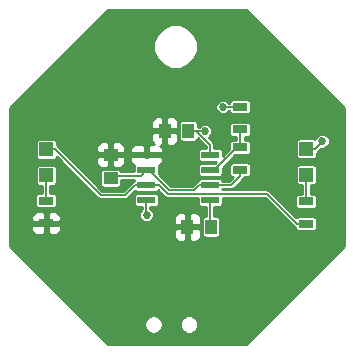
<source format=gbr>
G04 #@! TF.GenerationSoftware,KiCad,Pcbnew,(5.0.0)*
G04 #@! TF.CreationDate,2018-09-15T12:16:20+02:00*
G04 #@! TF.ProjectId,Blinky,426C696E6B792E6B696361645F706362,rev?*
G04 #@! TF.SameCoordinates,Original*
G04 #@! TF.FileFunction,Copper,L1,Top,Signal*
G04 #@! TF.FilePolarity,Positive*
%FSLAX46Y46*%
G04 Gerber Fmt 4.6, Leading zero omitted, Abs format (unit mm)*
G04 Created by KiCad (PCBNEW (5.0.0)) date 09/15/18 12:16:20*
%MOMM*%
%LPD*%
G01*
G04 APERTURE LIST*
G04 #@! TA.AperFunction,SMDPad,CuDef*
%ADD10R,1.000000X1.250000*%
G04 #@! TD*
G04 #@! TA.AperFunction,SMDPad,CuDef*
%ADD11R,1.200000X1.200000*%
G04 #@! TD*
G04 #@! TA.AperFunction,SMDPad,CuDef*
%ADD12R,1.300000X0.700000*%
G04 #@! TD*
G04 #@! TA.AperFunction,SMDPad,CuDef*
%ADD13R,1.550000X0.600000*%
G04 #@! TD*
G04 #@! TA.AperFunction,SMDPad,CuDef*
%ADD14R,1.250000X1.000000*%
G04 #@! TD*
G04 #@! TA.AperFunction,ViaPad*
%ADD15C,0.685800*%
G04 #@! TD*
G04 #@! TA.AperFunction,Conductor*
%ADD16C,0.152400*%
G04 #@! TD*
G04 #@! TA.AperFunction,Conductor*
%ADD17C,0.254000*%
G04 #@! TD*
G04 APERTURE END LIST*
D10*
G04 #@! TO.P,C1,2*
G04 #@! TO.N,GND*
X70374000Y-93726000D03*
G04 #@! TO.P,C1,1*
G04 #@! TO.N,/Cv*
X72374000Y-93726000D03*
G04 #@! TD*
G04 #@! TO.P,C2,1*
G04 #@! TO.N,/Vcc*
X70469000Y-85598000D03*
G04 #@! TO.P,C2,2*
G04 #@! TO.N,GND*
X68469000Y-85598000D03*
G04 #@! TD*
D11*
G04 #@! TO.P,D1,2*
G04 #@! TO.N,/Vcc*
X80455000Y-87107000D03*
G04 #@! TO.P,D1,1*
G04 #@! TO.N,Net-(D1-Pad1)*
X80455000Y-89307000D03*
G04 #@! TD*
G04 #@! TO.P,D2,1*
G04 #@! TO.N,Net-(D2-Pad1)*
X58420000Y-89365000D03*
G04 #@! TO.P,D2,2*
G04 #@! TO.N,Net-(D2-Pad2)*
X58420000Y-87165000D03*
G04 #@! TD*
D12*
G04 #@! TO.P,R1,2*
G04 #@! TO.N,Net-(R1-Pad2)*
X74861000Y-85469000D03*
G04 #@! TO.P,R1,1*
G04 #@! TO.N,/Vcc*
X74861000Y-83569000D03*
G04 #@! TD*
G04 #@! TO.P,R2,1*
G04 #@! TO.N,Net-(D1-Pad1)*
X80455001Y-91575000D03*
G04 #@! TO.P,R2,2*
G04 #@! TO.N,Net-(D2-Pad2)*
X80455001Y-93475000D03*
G04 #@! TD*
G04 #@! TO.P,R3,1*
G04 #@! TO.N,Net-(R1-Pad2)*
X74861000Y-86998000D03*
G04 #@! TO.P,R3,2*
G04 #@! TO.N,Net-(C3-Pad1)*
X74861000Y-88898000D03*
G04 #@! TD*
G04 #@! TO.P,R4,2*
G04 #@! TO.N,GND*
X58420000Y-93406000D03*
G04 #@! TO.P,R4,1*
G04 #@! TO.N,Net-(D2-Pad1)*
X58420000Y-91506000D03*
G04 #@! TD*
D13*
G04 #@! TO.P,U1,8*
G04 #@! TO.N,/Vcc*
X72296000Y-87630000D03*
G04 #@! TO.P,U1,7*
G04 #@! TO.N,Net-(R1-Pad2)*
X72296000Y-88900000D03*
G04 #@! TO.P,U1,6*
G04 #@! TO.N,Net-(C3-Pad1)*
X72296000Y-90170000D03*
G04 #@! TO.P,U1,5*
G04 #@! TO.N,/Cv*
X72296000Y-91440000D03*
G04 #@! TO.P,U1,4*
G04 #@! TO.N,/Vcc*
X66896000Y-91440000D03*
G04 #@! TO.P,U1,3*
G04 #@! TO.N,Net-(D2-Pad2)*
X66896000Y-90170000D03*
G04 #@! TO.P,U1,2*
G04 #@! TO.N,Net-(C3-Pad1)*
X66896000Y-88900000D03*
G04 #@! TO.P,U1,1*
G04 #@! TO.N,GND*
X66896000Y-87630000D03*
G04 #@! TD*
D14*
G04 #@! TO.P,C3,2*
G04 #@! TO.N,GND*
X63875000Y-87625000D03*
G04 #@! TO.P,C3,1*
G04 #@! TO.N,Net-(C3-Pad1)*
X63875000Y-89625000D03*
G04 #@! TD*
D15*
G04 #@! TO.N,GND*
X69500000Y-92050000D03*
G04 #@! TO.N,/Vcc*
X71875000Y-85600000D03*
X73375000Y-83575000D03*
X81800000Y-86475000D03*
X66929000Y-92710000D03*
G04 #@! TD*
D16*
G04 #@! TO.N,Net-(D1-Pad1)*
X80455001Y-91072600D02*
X80455001Y-91575000D01*
X80455000Y-89307000D02*
X80455001Y-91072600D01*
G04 #@! TO.N,Net-(D2-Pad1)*
X58420000Y-90117400D02*
X58420000Y-91506000D01*
X58420000Y-89365000D02*
X58420000Y-90117400D01*
G04 #@! TO.N,Net-(D2-Pad2)*
X59172400Y-87165000D02*
X63032400Y-91025000D01*
X58420000Y-87165000D02*
X59172400Y-87165000D01*
X65968600Y-90170000D02*
X66896000Y-90170000D01*
X65113600Y-91025000D02*
X65968600Y-90170000D01*
X63032400Y-91025000D02*
X65113600Y-91025000D01*
X77089000Y-90911399D02*
X79652601Y-93475000D01*
X71039856Y-90929811D02*
X71058268Y-90911399D01*
X71058268Y-90911399D02*
X77089000Y-90911399D01*
X67938933Y-90170000D02*
X68698744Y-90929811D01*
X66896000Y-90170000D02*
X67938933Y-90170000D01*
X79652601Y-93475000D02*
X80455001Y-93475000D01*
X68698744Y-90929811D02*
X71039856Y-90929811D01*
G04 #@! TO.N,Net-(R1-Pad2)*
X74861000Y-85971400D02*
X74861000Y-86998000D01*
X74861000Y-85469000D02*
X74861000Y-85971400D01*
X72659000Y-88900000D02*
X72296000Y-88900000D01*
X74561000Y-86998000D02*
X72659000Y-88900000D01*
X74861000Y-86998000D02*
X74561000Y-86998000D01*
G04 #@! TO.N,/Vcc*
X72296000Y-87177600D02*
X72296000Y-87630000D01*
X72296000Y-86772600D02*
X72296000Y-87177600D01*
X71121400Y-85598000D02*
X72296000Y-86772600D01*
X70469000Y-85598000D02*
X71121400Y-85598000D01*
X70469000Y-85598000D02*
X71873000Y-85598000D01*
X71873000Y-85598000D02*
X71875000Y-85600000D01*
X74861000Y-83569000D02*
X73381000Y-83569000D01*
X73381000Y-83569000D02*
X73375000Y-83575000D01*
X81800000Y-86514400D02*
X81800000Y-86475000D01*
X80455000Y-87107000D02*
X81207400Y-87107000D01*
X81207400Y-87107000D02*
X81800000Y-86514400D01*
X66896000Y-91440000D02*
X66896000Y-92677000D01*
X66896000Y-92677000D02*
X66929000Y-92710000D01*
G04 #@! TO.N,Net-(C3-Pad1)*
X74861000Y-89400400D02*
X74861000Y-88898000D01*
X74091400Y-90170000D02*
X74861000Y-89400400D01*
X72296000Y-90170000D02*
X74091400Y-90170000D01*
X66421000Y-89375000D02*
X66896000Y-88900000D01*
X64250000Y-89375000D02*
X66421000Y-89375000D01*
X63875000Y-89625000D02*
X64000000Y-89625000D01*
X64000000Y-89625000D02*
X64250000Y-89375000D01*
X70913600Y-90625000D02*
X71368600Y-90170000D01*
X71368600Y-90170000D02*
X72296000Y-90170000D01*
X67100000Y-88900000D02*
X68825000Y-90625000D01*
X66896000Y-88900000D02*
X67100000Y-88900000D01*
X68825000Y-90625000D02*
X70913600Y-90625000D01*
G04 #@! TO.N,/Cv*
X72296000Y-93648000D02*
X72374000Y-93726000D01*
X72296000Y-91440000D02*
X72296000Y-93648000D01*
G04 #@! TD*
D17*
G04 #@! TO.N,GND*
G36*
X83645600Y-83646797D02*
X83645601Y-95353202D01*
X75353204Y-103645600D01*
X63646797Y-103645600D01*
X61846165Y-101844968D01*
X66720600Y-101844968D01*
X66720600Y-102155032D01*
X66839257Y-102441494D01*
X67058506Y-102660743D01*
X67344968Y-102779400D01*
X67655032Y-102779400D01*
X67941494Y-102660743D01*
X68160743Y-102441494D01*
X68279400Y-102155032D01*
X68279400Y-101844968D01*
X69720600Y-101844968D01*
X69720600Y-102155032D01*
X69839257Y-102441494D01*
X70058506Y-102660743D01*
X70344968Y-102779400D01*
X70655032Y-102779400D01*
X70941494Y-102660743D01*
X71160743Y-102441494D01*
X71279400Y-102155032D01*
X71279400Y-101844968D01*
X71160743Y-101558506D01*
X70941494Y-101339257D01*
X70655032Y-101220600D01*
X70344968Y-101220600D01*
X70058506Y-101339257D01*
X69839257Y-101558506D01*
X69720600Y-101844968D01*
X68279400Y-101844968D01*
X68160743Y-101558506D01*
X67941494Y-101339257D01*
X67655032Y-101220600D01*
X67344968Y-101220600D01*
X67058506Y-101339257D01*
X66839257Y-101558506D01*
X66720600Y-101844968D01*
X61846165Y-101844968D01*
X55354400Y-95353204D01*
X55354400Y-93691750D01*
X57135000Y-93691750D01*
X57135000Y-93882309D01*
X57231673Y-94115698D01*
X57410301Y-94294327D01*
X57643690Y-94391000D01*
X58134250Y-94391000D01*
X58293000Y-94232250D01*
X58293000Y-93533000D01*
X58547000Y-93533000D01*
X58547000Y-94232250D01*
X58705750Y-94391000D01*
X59196310Y-94391000D01*
X59429699Y-94294327D01*
X59608327Y-94115698D01*
X59651383Y-94011750D01*
X69239000Y-94011750D01*
X69239000Y-94477310D01*
X69335673Y-94710699D01*
X69514302Y-94889327D01*
X69747691Y-94986000D01*
X70088250Y-94986000D01*
X70247000Y-94827250D01*
X70247000Y-93853000D01*
X70501000Y-93853000D01*
X70501000Y-94827250D01*
X70659750Y-94986000D01*
X71000309Y-94986000D01*
X71233698Y-94889327D01*
X71412327Y-94710699D01*
X71509000Y-94477310D01*
X71509000Y-94011750D01*
X71350250Y-93853000D01*
X70501000Y-93853000D01*
X70247000Y-93853000D01*
X69397750Y-93853000D01*
X69239000Y-94011750D01*
X59651383Y-94011750D01*
X59705000Y-93882309D01*
X59705000Y-93691750D01*
X59546250Y-93533000D01*
X58547000Y-93533000D01*
X58293000Y-93533000D01*
X57293750Y-93533000D01*
X57135000Y-93691750D01*
X55354400Y-93691750D01*
X55354400Y-92929691D01*
X57135000Y-92929691D01*
X57135000Y-93120250D01*
X57293750Y-93279000D01*
X58293000Y-93279000D01*
X58293000Y-92579750D01*
X58547000Y-92579750D01*
X58547000Y-93279000D01*
X59546250Y-93279000D01*
X59705000Y-93120250D01*
X59705000Y-92929691D01*
X59608327Y-92696302D01*
X59429699Y-92517673D01*
X59196310Y-92421000D01*
X58705750Y-92421000D01*
X58547000Y-92579750D01*
X58293000Y-92579750D01*
X58134250Y-92421000D01*
X57643690Y-92421000D01*
X57410301Y-92517673D01*
X57231673Y-92696302D01*
X57135000Y-92929691D01*
X55354400Y-92929691D01*
X55354400Y-91156000D01*
X57485127Y-91156000D01*
X57485127Y-91856000D01*
X57506812Y-91965016D01*
X57568564Y-92057436D01*
X57660984Y-92119188D01*
X57770000Y-92140873D01*
X59070000Y-92140873D01*
X59179016Y-92119188D01*
X59271436Y-92057436D01*
X59333188Y-91965016D01*
X59354873Y-91856000D01*
X59354873Y-91156000D01*
X59333188Y-91046984D01*
X59271436Y-90954564D01*
X59179016Y-90892812D01*
X59070000Y-90871127D01*
X58775600Y-90871127D01*
X58775600Y-90249873D01*
X59020000Y-90249873D01*
X59129016Y-90228188D01*
X59221436Y-90166436D01*
X59283188Y-90074016D01*
X59304873Y-89965000D01*
X59304873Y-88765000D01*
X59283188Y-88655984D01*
X59221436Y-88563564D01*
X59129016Y-88501812D01*
X59020000Y-88480127D01*
X57820000Y-88480127D01*
X57710984Y-88501812D01*
X57618564Y-88563564D01*
X57556812Y-88655984D01*
X57535127Y-88765000D01*
X57535127Y-89965000D01*
X57556812Y-90074016D01*
X57618564Y-90166436D01*
X57710984Y-90228188D01*
X57820000Y-90249873D01*
X58064400Y-90249873D01*
X58064401Y-90871127D01*
X57770000Y-90871127D01*
X57660984Y-90892812D01*
X57568564Y-90954564D01*
X57506812Y-91046984D01*
X57485127Y-91156000D01*
X55354400Y-91156000D01*
X55354400Y-86565000D01*
X57535127Y-86565000D01*
X57535127Y-87765000D01*
X57556812Y-87874016D01*
X57618564Y-87966436D01*
X57710984Y-88028188D01*
X57820000Y-88049873D01*
X59020000Y-88049873D01*
X59129016Y-88028188D01*
X59221436Y-87966436D01*
X59283188Y-87874016D01*
X59299005Y-87794499D01*
X62756189Y-91251683D01*
X62776027Y-91281373D01*
X62893652Y-91359967D01*
X62997380Y-91380600D01*
X62997384Y-91380600D01*
X63032399Y-91387565D01*
X63067414Y-91380600D01*
X65078580Y-91380600D01*
X65113600Y-91387566D01*
X65148620Y-91380600D01*
X65252348Y-91359967D01*
X65369973Y-91281373D01*
X65389811Y-91251683D01*
X65501494Y-91140000D01*
X65836127Y-91140000D01*
X65836127Y-91740000D01*
X65857812Y-91849016D01*
X65919564Y-91941436D01*
X66011984Y-92003188D01*
X66121000Y-92024873D01*
X66540400Y-92024873D01*
X66540401Y-92218533D01*
X66401439Y-92357495D01*
X66306700Y-92586217D01*
X66306700Y-92833783D01*
X66401439Y-93062505D01*
X66576495Y-93237561D01*
X66805217Y-93332300D01*
X67052783Y-93332300D01*
X67281505Y-93237561D01*
X67456561Y-93062505D01*
X67492934Y-92974690D01*
X69239000Y-92974690D01*
X69239000Y-93440250D01*
X69397750Y-93599000D01*
X70247000Y-93599000D01*
X70247000Y-92624750D01*
X70501000Y-92624750D01*
X70501000Y-93599000D01*
X71350250Y-93599000D01*
X71509000Y-93440250D01*
X71509000Y-92974690D01*
X71412327Y-92741301D01*
X71233698Y-92562673D01*
X71000309Y-92466000D01*
X70659750Y-92466000D01*
X70501000Y-92624750D01*
X70247000Y-92624750D01*
X70088250Y-92466000D01*
X69747691Y-92466000D01*
X69514302Y-92562673D01*
X69335673Y-92741301D01*
X69239000Y-92974690D01*
X67492934Y-92974690D01*
X67551300Y-92833783D01*
X67551300Y-92586217D01*
X67456561Y-92357495D01*
X67281505Y-92182439D01*
X67251600Y-92170052D01*
X67251600Y-92024873D01*
X67671000Y-92024873D01*
X67780016Y-92003188D01*
X67872436Y-91941436D01*
X67934188Y-91849016D01*
X67955873Y-91740000D01*
X67955873Y-91140000D01*
X67934188Y-91030984D01*
X67872436Y-90938564D01*
X67780016Y-90876812D01*
X67671000Y-90855127D01*
X66121000Y-90855127D01*
X66011984Y-90876812D01*
X65919564Y-90938564D01*
X65857812Y-91030984D01*
X65836127Y-91140000D01*
X65501494Y-91140000D01*
X65949834Y-90691661D01*
X66011984Y-90733188D01*
X66121000Y-90754873D01*
X67671000Y-90754873D01*
X67780016Y-90733188D01*
X67872436Y-90671436D01*
X67898487Y-90632448D01*
X68422535Y-91156497D01*
X68442371Y-91186184D01*
X68472058Y-91206020D01*
X68472059Y-91206021D01*
X68559996Y-91264778D01*
X68698743Y-91292377D01*
X68733763Y-91285411D01*
X71004836Y-91285411D01*
X71039856Y-91292377D01*
X71074876Y-91285411D01*
X71167438Y-91266999D01*
X71236127Y-91266999D01*
X71236127Y-91740000D01*
X71257812Y-91849016D01*
X71319564Y-91941436D01*
X71411984Y-92003188D01*
X71521000Y-92024873D01*
X71940400Y-92024873D01*
X71940401Y-92816127D01*
X71874000Y-92816127D01*
X71764984Y-92837812D01*
X71672564Y-92899564D01*
X71610812Y-92991984D01*
X71589127Y-93101000D01*
X71589127Y-94351000D01*
X71610812Y-94460016D01*
X71672564Y-94552436D01*
X71764984Y-94614188D01*
X71874000Y-94635873D01*
X72874000Y-94635873D01*
X72983016Y-94614188D01*
X73075436Y-94552436D01*
X73137188Y-94460016D01*
X73158873Y-94351000D01*
X73158873Y-93101000D01*
X73137188Y-92991984D01*
X73075436Y-92899564D01*
X72983016Y-92837812D01*
X72874000Y-92816127D01*
X72651600Y-92816127D01*
X72651600Y-92024873D01*
X73071000Y-92024873D01*
X73180016Y-92003188D01*
X73272436Y-91941436D01*
X73334188Y-91849016D01*
X73355873Y-91740000D01*
X73355873Y-91266999D01*
X76941706Y-91266999D01*
X79376390Y-93701683D01*
X79396228Y-93731373D01*
X79513853Y-93809967D01*
X79520128Y-93811215D01*
X79520128Y-93825000D01*
X79541813Y-93934016D01*
X79603565Y-94026436D01*
X79695985Y-94088188D01*
X79805001Y-94109873D01*
X81105001Y-94109873D01*
X81214017Y-94088188D01*
X81306437Y-94026436D01*
X81368189Y-93934016D01*
X81389874Y-93825000D01*
X81389874Y-93125000D01*
X81368189Y-93015984D01*
X81306437Y-92923564D01*
X81214017Y-92861812D01*
X81105001Y-92840127D01*
X79805001Y-92840127D01*
X79695985Y-92861812D01*
X79603861Y-92923366D01*
X77905495Y-91225000D01*
X79520128Y-91225000D01*
X79520128Y-91925000D01*
X79541813Y-92034016D01*
X79603565Y-92126436D01*
X79695985Y-92188188D01*
X79805001Y-92209873D01*
X81105001Y-92209873D01*
X81214017Y-92188188D01*
X81306437Y-92126436D01*
X81368189Y-92034016D01*
X81389874Y-91925000D01*
X81389874Y-91225000D01*
X81368189Y-91115984D01*
X81306437Y-91023564D01*
X81214017Y-90961812D01*
X81105001Y-90940127D01*
X80810601Y-90940127D01*
X80810600Y-90191873D01*
X81055000Y-90191873D01*
X81164016Y-90170188D01*
X81256436Y-90108436D01*
X81318188Y-90016016D01*
X81339873Y-89907000D01*
X81339873Y-88707000D01*
X81318188Y-88597984D01*
X81256436Y-88505564D01*
X81164016Y-88443812D01*
X81055000Y-88422127D01*
X79855000Y-88422127D01*
X79745984Y-88443812D01*
X79653564Y-88505564D01*
X79591812Y-88597984D01*
X79570127Y-88707000D01*
X79570127Y-89907000D01*
X79591812Y-90016016D01*
X79653564Y-90108436D01*
X79745984Y-90170188D01*
X79855000Y-90191873D01*
X80099401Y-90191873D01*
X80099402Y-90940127D01*
X79805001Y-90940127D01*
X79695985Y-90961812D01*
X79603565Y-91023564D01*
X79541813Y-91115984D01*
X79520128Y-91225000D01*
X77905495Y-91225000D01*
X77365211Y-90684716D01*
X77345373Y-90655026D01*
X77227748Y-90576432D01*
X77124020Y-90555799D01*
X77089000Y-90548833D01*
X77053980Y-90555799D01*
X73338806Y-90555799D01*
X73344813Y-90525600D01*
X74056380Y-90525600D01*
X74091400Y-90532566D01*
X74126420Y-90525600D01*
X74230148Y-90504967D01*
X74347773Y-90426373D01*
X74367611Y-90396683D01*
X75087688Y-89676607D01*
X75117372Y-89656773D01*
X75137207Y-89627088D01*
X75137210Y-89627085D01*
X75195967Y-89539148D01*
X75197215Y-89532873D01*
X75511000Y-89532873D01*
X75620016Y-89511188D01*
X75712436Y-89449436D01*
X75774188Y-89357016D01*
X75795873Y-89248000D01*
X75795873Y-88548000D01*
X75774188Y-88438984D01*
X75712436Y-88346564D01*
X75620016Y-88284812D01*
X75511000Y-88263127D01*
X74211000Y-88263127D01*
X74101984Y-88284812D01*
X74009564Y-88346564D01*
X73947812Y-88438984D01*
X73926127Y-88548000D01*
X73926127Y-89248000D01*
X73947812Y-89357016D01*
X74009564Y-89449436D01*
X74101984Y-89511188D01*
X74211000Y-89532873D01*
X74225632Y-89532873D01*
X73944106Y-89814400D01*
X73344813Y-89814400D01*
X73334188Y-89760984D01*
X73272436Y-89668564D01*
X73180016Y-89606812D01*
X73071000Y-89585127D01*
X71521000Y-89585127D01*
X71411984Y-89606812D01*
X71319564Y-89668564D01*
X71257812Y-89760984D01*
X71243628Y-89832293D01*
X71229852Y-89835033D01*
X71112227Y-89913627D01*
X71092390Y-89943316D01*
X70766306Y-90269400D01*
X68972294Y-90269400D01*
X67947083Y-89244189D01*
X67955873Y-89200000D01*
X67955873Y-88600000D01*
X67937371Y-88506984D01*
X68030698Y-88468327D01*
X68209327Y-88289699D01*
X68306000Y-88056310D01*
X68306000Y-87915750D01*
X68147250Y-87757000D01*
X67023000Y-87757000D01*
X67023000Y-87777000D01*
X66769000Y-87777000D01*
X66769000Y-87757000D01*
X65644750Y-87757000D01*
X65486000Y-87915750D01*
X65486000Y-88056310D01*
X65582673Y-88289699D01*
X65761302Y-88468327D01*
X65854629Y-88506984D01*
X65836127Y-88600000D01*
X65836127Y-89019400D01*
X64763867Y-89019400D01*
X64763188Y-89015984D01*
X64701436Y-88923564D01*
X64609016Y-88861812D01*
X64500000Y-88840127D01*
X63250000Y-88840127D01*
X63140984Y-88861812D01*
X63048564Y-88923564D01*
X62986812Y-89015984D01*
X62965127Y-89125000D01*
X62965127Y-90125000D01*
X62986812Y-90234016D01*
X63048564Y-90326436D01*
X63140984Y-90388188D01*
X63250000Y-90409873D01*
X64500000Y-90409873D01*
X64609016Y-90388188D01*
X64701436Y-90326436D01*
X64763188Y-90234016D01*
X64784873Y-90125000D01*
X64784873Y-89730600D01*
X65878114Y-89730600D01*
X65857812Y-89760984D01*
X65843628Y-89832293D01*
X65829852Y-89835033D01*
X65712227Y-89913627D01*
X65692391Y-89943314D01*
X64966306Y-90669400D01*
X63179694Y-90669400D01*
X60421044Y-87910750D01*
X62615000Y-87910750D01*
X62615000Y-88251309D01*
X62711673Y-88484698D01*
X62890301Y-88663327D01*
X63123690Y-88760000D01*
X63589250Y-88760000D01*
X63748000Y-88601250D01*
X63748000Y-87752000D01*
X64002000Y-87752000D01*
X64002000Y-88601250D01*
X64160750Y-88760000D01*
X64626310Y-88760000D01*
X64859699Y-88663327D01*
X65038327Y-88484698D01*
X65135000Y-88251309D01*
X65135000Y-87910750D01*
X64976250Y-87752000D01*
X64002000Y-87752000D01*
X63748000Y-87752000D01*
X62773750Y-87752000D01*
X62615000Y-87910750D01*
X60421044Y-87910750D01*
X59508985Y-86998691D01*
X62615000Y-86998691D01*
X62615000Y-87339250D01*
X62773750Y-87498000D01*
X63748000Y-87498000D01*
X63748000Y-86648750D01*
X64002000Y-86648750D01*
X64002000Y-87498000D01*
X64976250Y-87498000D01*
X65135000Y-87339250D01*
X65135000Y-87203690D01*
X65486000Y-87203690D01*
X65486000Y-87344250D01*
X65644750Y-87503000D01*
X66769000Y-87503000D01*
X66769000Y-86853750D01*
X67023000Y-86853750D01*
X67023000Y-87503000D01*
X68147250Y-87503000D01*
X68306000Y-87344250D01*
X68306000Y-87203690D01*
X68209327Y-86970301D01*
X68097025Y-86858000D01*
X68183250Y-86858000D01*
X68342000Y-86699250D01*
X68342000Y-85725000D01*
X68596000Y-85725000D01*
X68596000Y-86699250D01*
X68754750Y-86858000D01*
X69095309Y-86858000D01*
X69328698Y-86761327D01*
X69507327Y-86582699D01*
X69604000Y-86349310D01*
X69604000Y-85883750D01*
X69445250Y-85725000D01*
X68596000Y-85725000D01*
X68342000Y-85725000D01*
X67492750Y-85725000D01*
X67334000Y-85883750D01*
X67334000Y-86349310D01*
X67430673Y-86582699D01*
X67542975Y-86695000D01*
X67181750Y-86695000D01*
X67023000Y-86853750D01*
X66769000Y-86853750D01*
X66610250Y-86695000D01*
X65994691Y-86695000D01*
X65761302Y-86791673D01*
X65582673Y-86970301D01*
X65486000Y-87203690D01*
X65135000Y-87203690D01*
X65135000Y-86998691D01*
X65038327Y-86765302D01*
X64859699Y-86586673D01*
X64626310Y-86490000D01*
X64160750Y-86490000D01*
X64002000Y-86648750D01*
X63748000Y-86648750D01*
X63589250Y-86490000D01*
X63123690Y-86490000D01*
X62890301Y-86586673D01*
X62711673Y-86765302D01*
X62615000Y-86998691D01*
X59508985Y-86998691D01*
X59448611Y-86938317D01*
X59428773Y-86908627D01*
X59311148Y-86830033D01*
X59304873Y-86828785D01*
X59304873Y-86565000D01*
X59283188Y-86455984D01*
X59221436Y-86363564D01*
X59129016Y-86301812D01*
X59020000Y-86280127D01*
X57820000Y-86280127D01*
X57710984Y-86301812D01*
X57618564Y-86363564D01*
X57556812Y-86455984D01*
X57535127Y-86565000D01*
X55354400Y-86565000D01*
X55354400Y-84846690D01*
X67334000Y-84846690D01*
X67334000Y-85312250D01*
X67492750Y-85471000D01*
X68342000Y-85471000D01*
X68342000Y-84496750D01*
X68596000Y-84496750D01*
X68596000Y-85471000D01*
X69445250Y-85471000D01*
X69604000Y-85312250D01*
X69604000Y-84973000D01*
X69684127Y-84973000D01*
X69684127Y-86223000D01*
X69705812Y-86332016D01*
X69767564Y-86424436D01*
X69859984Y-86486188D01*
X69969000Y-86507873D01*
X70969000Y-86507873D01*
X71078016Y-86486188D01*
X71170436Y-86424436D01*
X71232188Y-86332016D01*
X71252153Y-86231647D01*
X71940400Y-86919894D01*
X71940400Y-87045127D01*
X71521000Y-87045127D01*
X71411984Y-87066812D01*
X71319564Y-87128564D01*
X71257812Y-87220984D01*
X71236127Y-87330000D01*
X71236127Y-87930000D01*
X71257812Y-88039016D01*
X71319564Y-88131436D01*
X71411984Y-88193188D01*
X71521000Y-88214873D01*
X72841233Y-88214873D01*
X72740979Y-88315127D01*
X71521000Y-88315127D01*
X71411984Y-88336812D01*
X71319564Y-88398564D01*
X71257812Y-88490984D01*
X71236127Y-88600000D01*
X71236127Y-89200000D01*
X71257812Y-89309016D01*
X71319564Y-89401436D01*
X71411984Y-89463188D01*
X71521000Y-89484873D01*
X73071000Y-89484873D01*
X73180016Y-89463188D01*
X73272436Y-89401436D01*
X73334188Y-89309016D01*
X73355873Y-89200000D01*
X73355873Y-88706021D01*
X74429021Y-87632873D01*
X75511000Y-87632873D01*
X75620016Y-87611188D01*
X75712436Y-87549436D01*
X75774188Y-87457016D01*
X75795873Y-87348000D01*
X75795873Y-86648000D01*
X75774188Y-86538984D01*
X75752818Y-86507000D01*
X79570127Y-86507000D01*
X79570127Y-87707000D01*
X79591812Y-87816016D01*
X79653564Y-87908436D01*
X79745984Y-87970188D01*
X79855000Y-87991873D01*
X81055000Y-87991873D01*
X81164016Y-87970188D01*
X81256436Y-87908436D01*
X81318188Y-87816016D01*
X81339873Y-87707000D01*
X81339873Y-87443215D01*
X81346148Y-87441967D01*
X81463773Y-87363373D01*
X81483611Y-87333683D01*
X81719994Y-87097300D01*
X81923783Y-87097300D01*
X82152505Y-87002561D01*
X82327561Y-86827505D01*
X82422300Y-86598783D01*
X82422300Y-86351217D01*
X82327561Y-86122495D01*
X82152505Y-85947439D01*
X81923783Y-85852700D01*
X81676217Y-85852700D01*
X81447495Y-85947439D01*
X81272439Y-86122495D01*
X81209578Y-86274255D01*
X81164016Y-86243812D01*
X81055000Y-86222127D01*
X79855000Y-86222127D01*
X79745984Y-86243812D01*
X79653564Y-86305564D01*
X79591812Y-86397984D01*
X79570127Y-86507000D01*
X75752818Y-86507000D01*
X75712436Y-86446564D01*
X75620016Y-86384812D01*
X75511000Y-86363127D01*
X75216600Y-86363127D01*
X75216600Y-86103873D01*
X75511000Y-86103873D01*
X75620016Y-86082188D01*
X75712436Y-86020436D01*
X75774188Y-85928016D01*
X75795873Y-85819000D01*
X75795873Y-85119000D01*
X75774188Y-85009984D01*
X75712436Y-84917564D01*
X75620016Y-84855812D01*
X75511000Y-84834127D01*
X74211000Y-84834127D01*
X74101984Y-84855812D01*
X74009564Y-84917564D01*
X73947812Y-85009984D01*
X73926127Y-85119000D01*
X73926127Y-85819000D01*
X73947812Y-85928016D01*
X74009564Y-86020436D01*
X74101984Y-86082188D01*
X74211000Y-86103873D01*
X74505400Y-86103873D01*
X74505400Y-86363127D01*
X74211000Y-86363127D01*
X74101984Y-86384812D01*
X74009564Y-86446564D01*
X73947812Y-86538984D01*
X73926127Y-86648000D01*
X73926127Y-87129979D01*
X73355873Y-87700233D01*
X73355873Y-87330000D01*
X73334188Y-87220984D01*
X73272436Y-87128564D01*
X73180016Y-87066812D01*
X73071000Y-87045127D01*
X72651600Y-87045127D01*
X72651600Y-86807614D01*
X72658565Y-86772599D01*
X72651600Y-86737584D01*
X72651600Y-86737580D01*
X72630967Y-86633852D01*
X72552372Y-86516227D01*
X72522685Y-86496391D01*
X72175426Y-86149132D01*
X72227505Y-86127561D01*
X72402561Y-85952505D01*
X72497300Y-85723783D01*
X72497300Y-85476217D01*
X72402561Y-85247495D01*
X72227505Y-85072439D01*
X71998783Y-84977700D01*
X71751217Y-84977700D01*
X71522495Y-85072439D01*
X71352534Y-85242400D01*
X71253873Y-85242400D01*
X71253873Y-84973000D01*
X71232188Y-84863984D01*
X71170436Y-84771564D01*
X71078016Y-84709812D01*
X70969000Y-84688127D01*
X69969000Y-84688127D01*
X69859984Y-84709812D01*
X69767564Y-84771564D01*
X69705812Y-84863984D01*
X69684127Y-84973000D01*
X69604000Y-84973000D01*
X69604000Y-84846690D01*
X69507327Y-84613301D01*
X69328698Y-84434673D01*
X69095309Y-84338000D01*
X68754750Y-84338000D01*
X68596000Y-84496750D01*
X68342000Y-84496750D01*
X68183250Y-84338000D01*
X67842691Y-84338000D01*
X67609302Y-84434673D01*
X67430673Y-84613301D01*
X67334000Y-84846690D01*
X55354400Y-84846690D01*
X55354400Y-83646796D01*
X55549979Y-83451217D01*
X72752700Y-83451217D01*
X72752700Y-83698783D01*
X72847439Y-83927505D01*
X73022495Y-84102561D01*
X73251217Y-84197300D01*
X73498783Y-84197300D01*
X73727505Y-84102561D01*
X73902561Y-83927505D01*
X73903764Y-83924600D01*
X73927241Y-83924600D01*
X73947812Y-84028016D01*
X74009564Y-84120436D01*
X74101984Y-84182188D01*
X74211000Y-84203873D01*
X75511000Y-84203873D01*
X75620016Y-84182188D01*
X75712436Y-84120436D01*
X75774188Y-84028016D01*
X75795873Y-83919000D01*
X75795873Y-83219000D01*
X75774188Y-83109984D01*
X75712436Y-83017564D01*
X75620016Y-82955812D01*
X75511000Y-82934127D01*
X74211000Y-82934127D01*
X74101984Y-82955812D01*
X74009564Y-83017564D01*
X73947812Y-83109984D01*
X73927241Y-83213400D01*
X73893466Y-83213400D01*
X73727505Y-83047439D01*
X73498783Y-82952700D01*
X73251217Y-82952700D01*
X73022495Y-83047439D01*
X72847439Y-83222495D01*
X72752700Y-83451217D01*
X55549979Y-83451217D01*
X60925032Y-78076164D01*
X67495600Y-78076164D01*
X67495600Y-78823836D01*
X67781721Y-79514595D01*
X68310405Y-80043279D01*
X69001164Y-80329400D01*
X69748836Y-80329400D01*
X70439595Y-80043279D01*
X70968279Y-79514595D01*
X71254400Y-78823836D01*
X71254400Y-78076164D01*
X70968279Y-77385405D01*
X70439595Y-76856721D01*
X69748836Y-76570600D01*
X69001164Y-76570600D01*
X68310405Y-76856721D01*
X67781721Y-77385405D01*
X67495600Y-78076164D01*
X60925032Y-78076164D01*
X63646797Y-75354400D01*
X75353204Y-75354400D01*
X83645600Y-83646797D01*
X83645600Y-83646797D01*
G37*
X83645600Y-83646797D02*
X83645601Y-95353202D01*
X75353204Y-103645600D01*
X63646797Y-103645600D01*
X61846165Y-101844968D01*
X66720600Y-101844968D01*
X66720600Y-102155032D01*
X66839257Y-102441494D01*
X67058506Y-102660743D01*
X67344968Y-102779400D01*
X67655032Y-102779400D01*
X67941494Y-102660743D01*
X68160743Y-102441494D01*
X68279400Y-102155032D01*
X68279400Y-101844968D01*
X69720600Y-101844968D01*
X69720600Y-102155032D01*
X69839257Y-102441494D01*
X70058506Y-102660743D01*
X70344968Y-102779400D01*
X70655032Y-102779400D01*
X70941494Y-102660743D01*
X71160743Y-102441494D01*
X71279400Y-102155032D01*
X71279400Y-101844968D01*
X71160743Y-101558506D01*
X70941494Y-101339257D01*
X70655032Y-101220600D01*
X70344968Y-101220600D01*
X70058506Y-101339257D01*
X69839257Y-101558506D01*
X69720600Y-101844968D01*
X68279400Y-101844968D01*
X68160743Y-101558506D01*
X67941494Y-101339257D01*
X67655032Y-101220600D01*
X67344968Y-101220600D01*
X67058506Y-101339257D01*
X66839257Y-101558506D01*
X66720600Y-101844968D01*
X61846165Y-101844968D01*
X55354400Y-95353204D01*
X55354400Y-93691750D01*
X57135000Y-93691750D01*
X57135000Y-93882309D01*
X57231673Y-94115698D01*
X57410301Y-94294327D01*
X57643690Y-94391000D01*
X58134250Y-94391000D01*
X58293000Y-94232250D01*
X58293000Y-93533000D01*
X58547000Y-93533000D01*
X58547000Y-94232250D01*
X58705750Y-94391000D01*
X59196310Y-94391000D01*
X59429699Y-94294327D01*
X59608327Y-94115698D01*
X59651383Y-94011750D01*
X69239000Y-94011750D01*
X69239000Y-94477310D01*
X69335673Y-94710699D01*
X69514302Y-94889327D01*
X69747691Y-94986000D01*
X70088250Y-94986000D01*
X70247000Y-94827250D01*
X70247000Y-93853000D01*
X70501000Y-93853000D01*
X70501000Y-94827250D01*
X70659750Y-94986000D01*
X71000309Y-94986000D01*
X71233698Y-94889327D01*
X71412327Y-94710699D01*
X71509000Y-94477310D01*
X71509000Y-94011750D01*
X71350250Y-93853000D01*
X70501000Y-93853000D01*
X70247000Y-93853000D01*
X69397750Y-93853000D01*
X69239000Y-94011750D01*
X59651383Y-94011750D01*
X59705000Y-93882309D01*
X59705000Y-93691750D01*
X59546250Y-93533000D01*
X58547000Y-93533000D01*
X58293000Y-93533000D01*
X57293750Y-93533000D01*
X57135000Y-93691750D01*
X55354400Y-93691750D01*
X55354400Y-92929691D01*
X57135000Y-92929691D01*
X57135000Y-93120250D01*
X57293750Y-93279000D01*
X58293000Y-93279000D01*
X58293000Y-92579750D01*
X58547000Y-92579750D01*
X58547000Y-93279000D01*
X59546250Y-93279000D01*
X59705000Y-93120250D01*
X59705000Y-92929691D01*
X59608327Y-92696302D01*
X59429699Y-92517673D01*
X59196310Y-92421000D01*
X58705750Y-92421000D01*
X58547000Y-92579750D01*
X58293000Y-92579750D01*
X58134250Y-92421000D01*
X57643690Y-92421000D01*
X57410301Y-92517673D01*
X57231673Y-92696302D01*
X57135000Y-92929691D01*
X55354400Y-92929691D01*
X55354400Y-91156000D01*
X57485127Y-91156000D01*
X57485127Y-91856000D01*
X57506812Y-91965016D01*
X57568564Y-92057436D01*
X57660984Y-92119188D01*
X57770000Y-92140873D01*
X59070000Y-92140873D01*
X59179016Y-92119188D01*
X59271436Y-92057436D01*
X59333188Y-91965016D01*
X59354873Y-91856000D01*
X59354873Y-91156000D01*
X59333188Y-91046984D01*
X59271436Y-90954564D01*
X59179016Y-90892812D01*
X59070000Y-90871127D01*
X58775600Y-90871127D01*
X58775600Y-90249873D01*
X59020000Y-90249873D01*
X59129016Y-90228188D01*
X59221436Y-90166436D01*
X59283188Y-90074016D01*
X59304873Y-89965000D01*
X59304873Y-88765000D01*
X59283188Y-88655984D01*
X59221436Y-88563564D01*
X59129016Y-88501812D01*
X59020000Y-88480127D01*
X57820000Y-88480127D01*
X57710984Y-88501812D01*
X57618564Y-88563564D01*
X57556812Y-88655984D01*
X57535127Y-88765000D01*
X57535127Y-89965000D01*
X57556812Y-90074016D01*
X57618564Y-90166436D01*
X57710984Y-90228188D01*
X57820000Y-90249873D01*
X58064400Y-90249873D01*
X58064401Y-90871127D01*
X57770000Y-90871127D01*
X57660984Y-90892812D01*
X57568564Y-90954564D01*
X57506812Y-91046984D01*
X57485127Y-91156000D01*
X55354400Y-91156000D01*
X55354400Y-86565000D01*
X57535127Y-86565000D01*
X57535127Y-87765000D01*
X57556812Y-87874016D01*
X57618564Y-87966436D01*
X57710984Y-88028188D01*
X57820000Y-88049873D01*
X59020000Y-88049873D01*
X59129016Y-88028188D01*
X59221436Y-87966436D01*
X59283188Y-87874016D01*
X59299005Y-87794499D01*
X62756189Y-91251683D01*
X62776027Y-91281373D01*
X62893652Y-91359967D01*
X62997380Y-91380600D01*
X62997384Y-91380600D01*
X63032399Y-91387565D01*
X63067414Y-91380600D01*
X65078580Y-91380600D01*
X65113600Y-91387566D01*
X65148620Y-91380600D01*
X65252348Y-91359967D01*
X65369973Y-91281373D01*
X65389811Y-91251683D01*
X65501494Y-91140000D01*
X65836127Y-91140000D01*
X65836127Y-91740000D01*
X65857812Y-91849016D01*
X65919564Y-91941436D01*
X66011984Y-92003188D01*
X66121000Y-92024873D01*
X66540400Y-92024873D01*
X66540401Y-92218533D01*
X66401439Y-92357495D01*
X66306700Y-92586217D01*
X66306700Y-92833783D01*
X66401439Y-93062505D01*
X66576495Y-93237561D01*
X66805217Y-93332300D01*
X67052783Y-93332300D01*
X67281505Y-93237561D01*
X67456561Y-93062505D01*
X67492934Y-92974690D01*
X69239000Y-92974690D01*
X69239000Y-93440250D01*
X69397750Y-93599000D01*
X70247000Y-93599000D01*
X70247000Y-92624750D01*
X70501000Y-92624750D01*
X70501000Y-93599000D01*
X71350250Y-93599000D01*
X71509000Y-93440250D01*
X71509000Y-92974690D01*
X71412327Y-92741301D01*
X71233698Y-92562673D01*
X71000309Y-92466000D01*
X70659750Y-92466000D01*
X70501000Y-92624750D01*
X70247000Y-92624750D01*
X70088250Y-92466000D01*
X69747691Y-92466000D01*
X69514302Y-92562673D01*
X69335673Y-92741301D01*
X69239000Y-92974690D01*
X67492934Y-92974690D01*
X67551300Y-92833783D01*
X67551300Y-92586217D01*
X67456561Y-92357495D01*
X67281505Y-92182439D01*
X67251600Y-92170052D01*
X67251600Y-92024873D01*
X67671000Y-92024873D01*
X67780016Y-92003188D01*
X67872436Y-91941436D01*
X67934188Y-91849016D01*
X67955873Y-91740000D01*
X67955873Y-91140000D01*
X67934188Y-91030984D01*
X67872436Y-90938564D01*
X67780016Y-90876812D01*
X67671000Y-90855127D01*
X66121000Y-90855127D01*
X66011984Y-90876812D01*
X65919564Y-90938564D01*
X65857812Y-91030984D01*
X65836127Y-91140000D01*
X65501494Y-91140000D01*
X65949834Y-90691661D01*
X66011984Y-90733188D01*
X66121000Y-90754873D01*
X67671000Y-90754873D01*
X67780016Y-90733188D01*
X67872436Y-90671436D01*
X67898487Y-90632448D01*
X68422535Y-91156497D01*
X68442371Y-91186184D01*
X68472058Y-91206020D01*
X68472059Y-91206021D01*
X68559996Y-91264778D01*
X68698743Y-91292377D01*
X68733763Y-91285411D01*
X71004836Y-91285411D01*
X71039856Y-91292377D01*
X71074876Y-91285411D01*
X71167438Y-91266999D01*
X71236127Y-91266999D01*
X71236127Y-91740000D01*
X71257812Y-91849016D01*
X71319564Y-91941436D01*
X71411984Y-92003188D01*
X71521000Y-92024873D01*
X71940400Y-92024873D01*
X71940401Y-92816127D01*
X71874000Y-92816127D01*
X71764984Y-92837812D01*
X71672564Y-92899564D01*
X71610812Y-92991984D01*
X71589127Y-93101000D01*
X71589127Y-94351000D01*
X71610812Y-94460016D01*
X71672564Y-94552436D01*
X71764984Y-94614188D01*
X71874000Y-94635873D01*
X72874000Y-94635873D01*
X72983016Y-94614188D01*
X73075436Y-94552436D01*
X73137188Y-94460016D01*
X73158873Y-94351000D01*
X73158873Y-93101000D01*
X73137188Y-92991984D01*
X73075436Y-92899564D01*
X72983016Y-92837812D01*
X72874000Y-92816127D01*
X72651600Y-92816127D01*
X72651600Y-92024873D01*
X73071000Y-92024873D01*
X73180016Y-92003188D01*
X73272436Y-91941436D01*
X73334188Y-91849016D01*
X73355873Y-91740000D01*
X73355873Y-91266999D01*
X76941706Y-91266999D01*
X79376390Y-93701683D01*
X79396228Y-93731373D01*
X79513853Y-93809967D01*
X79520128Y-93811215D01*
X79520128Y-93825000D01*
X79541813Y-93934016D01*
X79603565Y-94026436D01*
X79695985Y-94088188D01*
X79805001Y-94109873D01*
X81105001Y-94109873D01*
X81214017Y-94088188D01*
X81306437Y-94026436D01*
X81368189Y-93934016D01*
X81389874Y-93825000D01*
X81389874Y-93125000D01*
X81368189Y-93015984D01*
X81306437Y-92923564D01*
X81214017Y-92861812D01*
X81105001Y-92840127D01*
X79805001Y-92840127D01*
X79695985Y-92861812D01*
X79603861Y-92923366D01*
X77905495Y-91225000D01*
X79520128Y-91225000D01*
X79520128Y-91925000D01*
X79541813Y-92034016D01*
X79603565Y-92126436D01*
X79695985Y-92188188D01*
X79805001Y-92209873D01*
X81105001Y-92209873D01*
X81214017Y-92188188D01*
X81306437Y-92126436D01*
X81368189Y-92034016D01*
X81389874Y-91925000D01*
X81389874Y-91225000D01*
X81368189Y-91115984D01*
X81306437Y-91023564D01*
X81214017Y-90961812D01*
X81105001Y-90940127D01*
X80810601Y-90940127D01*
X80810600Y-90191873D01*
X81055000Y-90191873D01*
X81164016Y-90170188D01*
X81256436Y-90108436D01*
X81318188Y-90016016D01*
X81339873Y-89907000D01*
X81339873Y-88707000D01*
X81318188Y-88597984D01*
X81256436Y-88505564D01*
X81164016Y-88443812D01*
X81055000Y-88422127D01*
X79855000Y-88422127D01*
X79745984Y-88443812D01*
X79653564Y-88505564D01*
X79591812Y-88597984D01*
X79570127Y-88707000D01*
X79570127Y-89907000D01*
X79591812Y-90016016D01*
X79653564Y-90108436D01*
X79745984Y-90170188D01*
X79855000Y-90191873D01*
X80099401Y-90191873D01*
X80099402Y-90940127D01*
X79805001Y-90940127D01*
X79695985Y-90961812D01*
X79603565Y-91023564D01*
X79541813Y-91115984D01*
X79520128Y-91225000D01*
X77905495Y-91225000D01*
X77365211Y-90684716D01*
X77345373Y-90655026D01*
X77227748Y-90576432D01*
X77124020Y-90555799D01*
X77089000Y-90548833D01*
X77053980Y-90555799D01*
X73338806Y-90555799D01*
X73344813Y-90525600D01*
X74056380Y-90525600D01*
X74091400Y-90532566D01*
X74126420Y-90525600D01*
X74230148Y-90504967D01*
X74347773Y-90426373D01*
X74367611Y-90396683D01*
X75087688Y-89676607D01*
X75117372Y-89656773D01*
X75137207Y-89627088D01*
X75137210Y-89627085D01*
X75195967Y-89539148D01*
X75197215Y-89532873D01*
X75511000Y-89532873D01*
X75620016Y-89511188D01*
X75712436Y-89449436D01*
X75774188Y-89357016D01*
X75795873Y-89248000D01*
X75795873Y-88548000D01*
X75774188Y-88438984D01*
X75712436Y-88346564D01*
X75620016Y-88284812D01*
X75511000Y-88263127D01*
X74211000Y-88263127D01*
X74101984Y-88284812D01*
X74009564Y-88346564D01*
X73947812Y-88438984D01*
X73926127Y-88548000D01*
X73926127Y-89248000D01*
X73947812Y-89357016D01*
X74009564Y-89449436D01*
X74101984Y-89511188D01*
X74211000Y-89532873D01*
X74225632Y-89532873D01*
X73944106Y-89814400D01*
X73344813Y-89814400D01*
X73334188Y-89760984D01*
X73272436Y-89668564D01*
X73180016Y-89606812D01*
X73071000Y-89585127D01*
X71521000Y-89585127D01*
X71411984Y-89606812D01*
X71319564Y-89668564D01*
X71257812Y-89760984D01*
X71243628Y-89832293D01*
X71229852Y-89835033D01*
X71112227Y-89913627D01*
X71092390Y-89943316D01*
X70766306Y-90269400D01*
X68972294Y-90269400D01*
X67947083Y-89244189D01*
X67955873Y-89200000D01*
X67955873Y-88600000D01*
X67937371Y-88506984D01*
X68030698Y-88468327D01*
X68209327Y-88289699D01*
X68306000Y-88056310D01*
X68306000Y-87915750D01*
X68147250Y-87757000D01*
X67023000Y-87757000D01*
X67023000Y-87777000D01*
X66769000Y-87777000D01*
X66769000Y-87757000D01*
X65644750Y-87757000D01*
X65486000Y-87915750D01*
X65486000Y-88056310D01*
X65582673Y-88289699D01*
X65761302Y-88468327D01*
X65854629Y-88506984D01*
X65836127Y-88600000D01*
X65836127Y-89019400D01*
X64763867Y-89019400D01*
X64763188Y-89015984D01*
X64701436Y-88923564D01*
X64609016Y-88861812D01*
X64500000Y-88840127D01*
X63250000Y-88840127D01*
X63140984Y-88861812D01*
X63048564Y-88923564D01*
X62986812Y-89015984D01*
X62965127Y-89125000D01*
X62965127Y-90125000D01*
X62986812Y-90234016D01*
X63048564Y-90326436D01*
X63140984Y-90388188D01*
X63250000Y-90409873D01*
X64500000Y-90409873D01*
X64609016Y-90388188D01*
X64701436Y-90326436D01*
X64763188Y-90234016D01*
X64784873Y-90125000D01*
X64784873Y-89730600D01*
X65878114Y-89730600D01*
X65857812Y-89760984D01*
X65843628Y-89832293D01*
X65829852Y-89835033D01*
X65712227Y-89913627D01*
X65692391Y-89943314D01*
X64966306Y-90669400D01*
X63179694Y-90669400D01*
X60421044Y-87910750D01*
X62615000Y-87910750D01*
X62615000Y-88251309D01*
X62711673Y-88484698D01*
X62890301Y-88663327D01*
X63123690Y-88760000D01*
X63589250Y-88760000D01*
X63748000Y-88601250D01*
X63748000Y-87752000D01*
X64002000Y-87752000D01*
X64002000Y-88601250D01*
X64160750Y-88760000D01*
X64626310Y-88760000D01*
X64859699Y-88663327D01*
X65038327Y-88484698D01*
X65135000Y-88251309D01*
X65135000Y-87910750D01*
X64976250Y-87752000D01*
X64002000Y-87752000D01*
X63748000Y-87752000D01*
X62773750Y-87752000D01*
X62615000Y-87910750D01*
X60421044Y-87910750D01*
X59508985Y-86998691D01*
X62615000Y-86998691D01*
X62615000Y-87339250D01*
X62773750Y-87498000D01*
X63748000Y-87498000D01*
X63748000Y-86648750D01*
X64002000Y-86648750D01*
X64002000Y-87498000D01*
X64976250Y-87498000D01*
X65135000Y-87339250D01*
X65135000Y-87203690D01*
X65486000Y-87203690D01*
X65486000Y-87344250D01*
X65644750Y-87503000D01*
X66769000Y-87503000D01*
X66769000Y-86853750D01*
X67023000Y-86853750D01*
X67023000Y-87503000D01*
X68147250Y-87503000D01*
X68306000Y-87344250D01*
X68306000Y-87203690D01*
X68209327Y-86970301D01*
X68097025Y-86858000D01*
X68183250Y-86858000D01*
X68342000Y-86699250D01*
X68342000Y-85725000D01*
X68596000Y-85725000D01*
X68596000Y-86699250D01*
X68754750Y-86858000D01*
X69095309Y-86858000D01*
X69328698Y-86761327D01*
X69507327Y-86582699D01*
X69604000Y-86349310D01*
X69604000Y-85883750D01*
X69445250Y-85725000D01*
X68596000Y-85725000D01*
X68342000Y-85725000D01*
X67492750Y-85725000D01*
X67334000Y-85883750D01*
X67334000Y-86349310D01*
X67430673Y-86582699D01*
X67542975Y-86695000D01*
X67181750Y-86695000D01*
X67023000Y-86853750D01*
X66769000Y-86853750D01*
X66610250Y-86695000D01*
X65994691Y-86695000D01*
X65761302Y-86791673D01*
X65582673Y-86970301D01*
X65486000Y-87203690D01*
X65135000Y-87203690D01*
X65135000Y-86998691D01*
X65038327Y-86765302D01*
X64859699Y-86586673D01*
X64626310Y-86490000D01*
X64160750Y-86490000D01*
X64002000Y-86648750D01*
X63748000Y-86648750D01*
X63589250Y-86490000D01*
X63123690Y-86490000D01*
X62890301Y-86586673D01*
X62711673Y-86765302D01*
X62615000Y-86998691D01*
X59508985Y-86998691D01*
X59448611Y-86938317D01*
X59428773Y-86908627D01*
X59311148Y-86830033D01*
X59304873Y-86828785D01*
X59304873Y-86565000D01*
X59283188Y-86455984D01*
X59221436Y-86363564D01*
X59129016Y-86301812D01*
X59020000Y-86280127D01*
X57820000Y-86280127D01*
X57710984Y-86301812D01*
X57618564Y-86363564D01*
X57556812Y-86455984D01*
X57535127Y-86565000D01*
X55354400Y-86565000D01*
X55354400Y-84846690D01*
X67334000Y-84846690D01*
X67334000Y-85312250D01*
X67492750Y-85471000D01*
X68342000Y-85471000D01*
X68342000Y-84496750D01*
X68596000Y-84496750D01*
X68596000Y-85471000D01*
X69445250Y-85471000D01*
X69604000Y-85312250D01*
X69604000Y-84973000D01*
X69684127Y-84973000D01*
X69684127Y-86223000D01*
X69705812Y-86332016D01*
X69767564Y-86424436D01*
X69859984Y-86486188D01*
X69969000Y-86507873D01*
X70969000Y-86507873D01*
X71078016Y-86486188D01*
X71170436Y-86424436D01*
X71232188Y-86332016D01*
X71252153Y-86231647D01*
X71940400Y-86919894D01*
X71940400Y-87045127D01*
X71521000Y-87045127D01*
X71411984Y-87066812D01*
X71319564Y-87128564D01*
X71257812Y-87220984D01*
X71236127Y-87330000D01*
X71236127Y-87930000D01*
X71257812Y-88039016D01*
X71319564Y-88131436D01*
X71411984Y-88193188D01*
X71521000Y-88214873D01*
X72841233Y-88214873D01*
X72740979Y-88315127D01*
X71521000Y-88315127D01*
X71411984Y-88336812D01*
X71319564Y-88398564D01*
X71257812Y-88490984D01*
X71236127Y-88600000D01*
X71236127Y-89200000D01*
X71257812Y-89309016D01*
X71319564Y-89401436D01*
X71411984Y-89463188D01*
X71521000Y-89484873D01*
X73071000Y-89484873D01*
X73180016Y-89463188D01*
X73272436Y-89401436D01*
X73334188Y-89309016D01*
X73355873Y-89200000D01*
X73355873Y-88706021D01*
X74429021Y-87632873D01*
X75511000Y-87632873D01*
X75620016Y-87611188D01*
X75712436Y-87549436D01*
X75774188Y-87457016D01*
X75795873Y-87348000D01*
X75795873Y-86648000D01*
X75774188Y-86538984D01*
X75752818Y-86507000D01*
X79570127Y-86507000D01*
X79570127Y-87707000D01*
X79591812Y-87816016D01*
X79653564Y-87908436D01*
X79745984Y-87970188D01*
X79855000Y-87991873D01*
X81055000Y-87991873D01*
X81164016Y-87970188D01*
X81256436Y-87908436D01*
X81318188Y-87816016D01*
X81339873Y-87707000D01*
X81339873Y-87443215D01*
X81346148Y-87441967D01*
X81463773Y-87363373D01*
X81483611Y-87333683D01*
X81719994Y-87097300D01*
X81923783Y-87097300D01*
X82152505Y-87002561D01*
X82327561Y-86827505D01*
X82422300Y-86598783D01*
X82422300Y-86351217D01*
X82327561Y-86122495D01*
X82152505Y-85947439D01*
X81923783Y-85852700D01*
X81676217Y-85852700D01*
X81447495Y-85947439D01*
X81272439Y-86122495D01*
X81209578Y-86274255D01*
X81164016Y-86243812D01*
X81055000Y-86222127D01*
X79855000Y-86222127D01*
X79745984Y-86243812D01*
X79653564Y-86305564D01*
X79591812Y-86397984D01*
X79570127Y-86507000D01*
X75752818Y-86507000D01*
X75712436Y-86446564D01*
X75620016Y-86384812D01*
X75511000Y-86363127D01*
X75216600Y-86363127D01*
X75216600Y-86103873D01*
X75511000Y-86103873D01*
X75620016Y-86082188D01*
X75712436Y-86020436D01*
X75774188Y-85928016D01*
X75795873Y-85819000D01*
X75795873Y-85119000D01*
X75774188Y-85009984D01*
X75712436Y-84917564D01*
X75620016Y-84855812D01*
X75511000Y-84834127D01*
X74211000Y-84834127D01*
X74101984Y-84855812D01*
X74009564Y-84917564D01*
X73947812Y-85009984D01*
X73926127Y-85119000D01*
X73926127Y-85819000D01*
X73947812Y-85928016D01*
X74009564Y-86020436D01*
X74101984Y-86082188D01*
X74211000Y-86103873D01*
X74505400Y-86103873D01*
X74505400Y-86363127D01*
X74211000Y-86363127D01*
X74101984Y-86384812D01*
X74009564Y-86446564D01*
X73947812Y-86538984D01*
X73926127Y-86648000D01*
X73926127Y-87129979D01*
X73355873Y-87700233D01*
X73355873Y-87330000D01*
X73334188Y-87220984D01*
X73272436Y-87128564D01*
X73180016Y-87066812D01*
X73071000Y-87045127D01*
X72651600Y-87045127D01*
X72651600Y-86807614D01*
X72658565Y-86772599D01*
X72651600Y-86737584D01*
X72651600Y-86737580D01*
X72630967Y-86633852D01*
X72552372Y-86516227D01*
X72522685Y-86496391D01*
X72175426Y-86149132D01*
X72227505Y-86127561D01*
X72402561Y-85952505D01*
X72497300Y-85723783D01*
X72497300Y-85476217D01*
X72402561Y-85247495D01*
X72227505Y-85072439D01*
X71998783Y-84977700D01*
X71751217Y-84977700D01*
X71522495Y-85072439D01*
X71352534Y-85242400D01*
X71253873Y-85242400D01*
X71253873Y-84973000D01*
X71232188Y-84863984D01*
X71170436Y-84771564D01*
X71078016Y-84709812D01*
X70969000Y-84688127D01*
X69969000Y-84688127D01*
X69859984Y-84709812D01*
X69767564Y-84771564D01*
X69705812Y-84863984D01*
X69684127Y-84973000D01*
X69604000Y-84973000D01*
X69604000Y-84846690D01*
X69507327Y-84613301D01*
X69328698Y-84434673D01*
X69095309Y-84338000D01*
X68754750Y-84338000D01*
X68596000Y-84496750D01*
X68342000Y-84496750D01*
X68183250Y-84338000D01*
X67842691Y-84338000D01*
X67609302Y-84434673D01*
X67430673Y-84613301D01*
X67334000Y-84846690D01*
X55354400Y-84846690D01*
X55354400Y-83646796D01*
X55549979Y-83451217D01*
X72752700Y-83451217D01*
X72752700Y-83698783D01*
X72847439Y-83927505D01*
X73022495Y-84102561D01*
X73251217Y-84197300D01*
X73498783Y-84197300D01*
X73727505Y-84102561D01*
X73902561Y-83927505D01*
X73903764Y-83924600D01*
X73927241Y-83924600D01*
X73947812Y-84028016D01*
X74009564Y-84120436D01*
X74101984Y-84182188D01*
X74211000Y-84203873D01*
X75511000Y-84203873D01*
X75620016Y-84182188D01*
X75712436Y-84120436D01*
X75774188Y-84028016D01*
X75795873Y-83919000D01*
X75795873Y-83219000D01*
X75774188Y-83109984D01*
X75712436Y-83017564D01*
X75620016Y-82955812D01*
X75511000Y-82934127D01*
X74211000Y-82934127D01*
X74101984Y-82955812D01*
X74009564Y-83017564D01*
X73947812Y-83109984D01*
X73927241Y-83213400D01*
X73893466Y-83213400D01*
X73727505Y-83047439D01*
X73498783Y-82952700D01*
X73251217Y-82952700D01*
X73022495Y-83047439D01*
X72847439Y-83222495D01*
X72752700Y-83451217D01*
X55549979Y-83451217D01*
X60925032Y-78076164D01*
X67495600Y-78076164D01*
X67495600Y-78823836D01*
X67781721Y-79514595D01*
X68310405Y-80043279D01*
X69001164Y-80329400D01*
X69748836Y-80329400D01*
X70439595Y-80043279D01*
X70968279Y-79514595D01*
X71254400Y-78823836D01*
X71254400Y-78076164D01*
X70968279Y-77385405D01*
X70439595Y-76856721D01*
X69748836Y-76570600D01*
X69001164Y-76570600D01*
X68310405Y-76856721D01*
X67781721Y-77385405D01*
X67495600Y-78076164D01*
X60925032Y-78076164D01*
X63646797Y-75354400D01*
X75353204Y-75354400D01*
X83645600Y-83646797D01*
G04 #@! TD*
M02*

</source>
